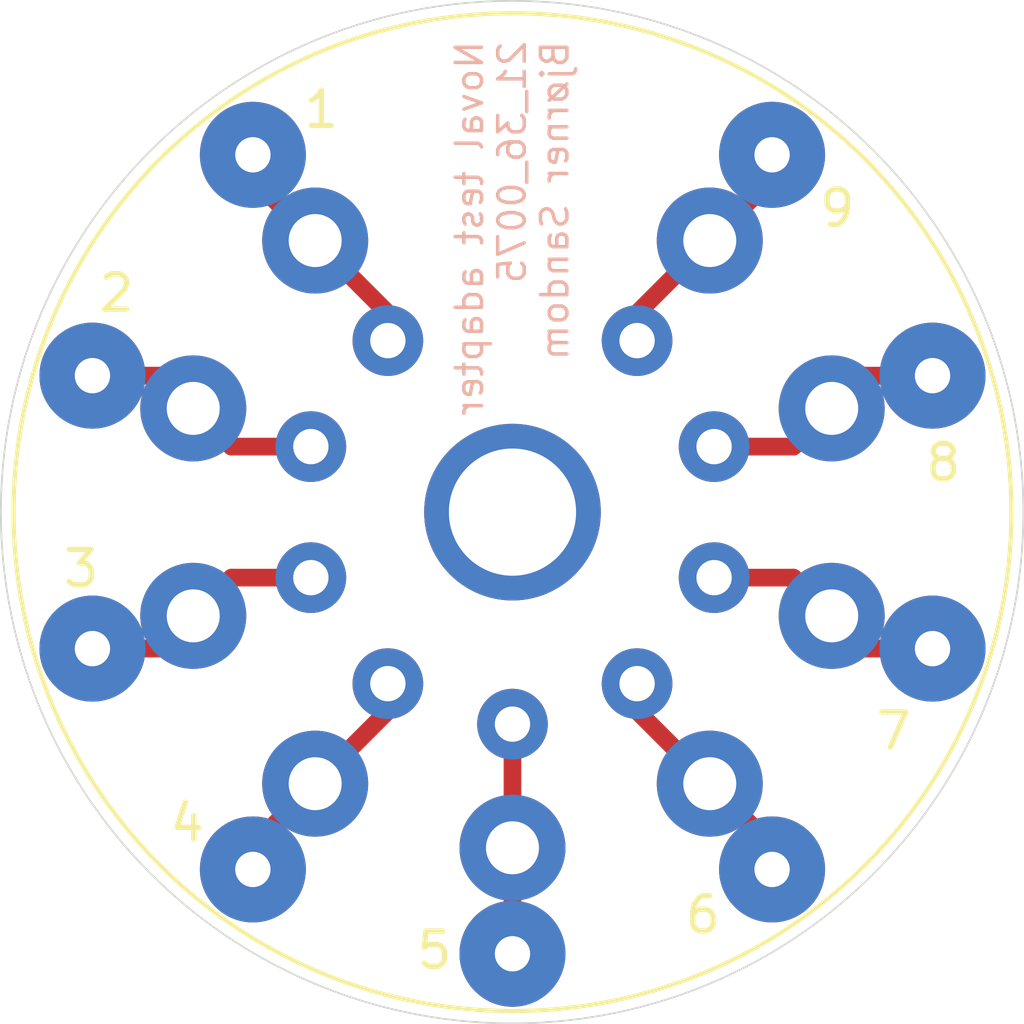
<source format=kicad_pcb>
(kicad_pcb (version 20221018) (generator pcbnew)
  (layers (0 "F.Cu" signal) (31 "B.Cu" signal) (34 "B.Paste" user) (35 "F.Paste" user) (36 "B.SilkS" user "B.Silkscreen") (37 "F.SilkS" user "F.Silkscreen") (38 "B.Mask" user) (39 "F.Mask" user) (44 "Edge.Cuts" user))
  (net 0 "")
  (net 1 "Net-(J1-Pad1)")
  (net 2 "Net-(J1-Pad2)")
  (net 3 "Net-(J1-Pad3)")
  (net 4 "Net-(J1-Pad4)")
  (net 5 "Net-(J1-Pad5)")
  (net 6 "Net-(J1-Pad6)")
  (net 7 "Net-(J1-Pad7)")
  (net 8 "Net-(J1-Pad8)")
  (net 9 "Net-(J1-Pad9)")
  (footprint "myDevices:NovalTestAdapterPins" (layer "F.Cu") (at 187.21 109)
    (fp_text reference "J1" hide)
    (fp_text value "Noval pins")
    (pad "1" thru_hole oval (at -3.526711 -4.854101) (size 2 2) (drill 1) (layers "*.Cu" "*.Mask") (net 1 "Net-(J1-Pad1)"))
    (pad "2" thru_hole oval (at -5.706339 -1.854101) (size 2 2) (drill 1) (layers "*.Cu" "*.Mask") (net 2 "Net-(J1-Pad2)"))
    (pad "3" thru_hole oval (at -5.706339 1.854101) (size 2 2) (drill 1) (layers "*.Cu" "*.Mask") (net 3 "Net-(J1-Pad3)"))
    (pad "4" thru_hole oval (at -3.526711 4.854101) (size 2 2) (drill 1) (layers "*.Cu" "*.Mask") (net 4 "Net-(J1-Pad4)"))
    (pad "5" thru_hole oval (at 0 6) (size 2 2) (drill 1) (layers "*.Cu" "*.Mask") (net 5 "Net-(J1-Pad5)"))
    (pad "6" thru_hole oval (at 3.526711 4.854101) (size 2 2) (drill 1) (layers "*.Cu" "*.Mask") (net 6 "Net-(J1-Pad6)"))
    (pad "7" thru_hole oval (at 5.706339 1.854101) (size 2 2) (drill 1) (layers "*.Cu" "*.Mask") (net 7 "Net-(J1-Pad7)"))
    (pad "8" thru_hole oval (at 5.706339 -1.854101) (size 2 2) (drill 1) (layers "*.Cu" "*.Mask") (net 8 "Net-(J1-Pad8)"))
    (pad "9" thru_hole oval (at 3.526711 -4.854101) (size 2 2) (drill 1) (layers "*.Cu" "*.Mask") (net 9 "Net-(J1-Pad9)"))
  )
  (footprint "myDevices:NovalTestAdapterSocket" (layer "F.Cu") (at 187.21 109)
    (fp_text reference "J2" hide)
    (fp_text value "Noval socket")
    (pad "1" thru_hole oval (at -5.583959 -7.685661) (size 3 3) (drill 1.5) (layers "*.Cu" "*.Mask") (net 1 "Net-(J1-Pad1)"))
    (pad "2" thru_hole oval (at -9.035036 -2.935661) (size 3 3) (drill 1.5) (layers "*.Cu" "*.Mask") (net 2 "Net-(J1-Pad2)"))
    (pad "3" thru_hole oval (at -9.035036 2.935661) (size 3 3) (drill 1.5) (layers "*.Cu" "*.Mask") (net 3 "Net-(J1-Pad3)"))
    (pad "4" thru_hole oval (at -5.583959 7.685661) (size 3 3) (drill 1.5) (layers "*.Cu" "*.Mask") (net 4 "Net-(J1-Pad4)"))
    (pad "5" thru_hole oval (at 0 9.5) (size 3 3) (drill 1.5) (layers "*.Cu" "*.Mask") (net 5 "Net-(J1-Pad5)"))
    (pad "6" thru_hole oval (at 5.583959 7.685661) (size 3 3) (drill 1.5) (layers "*.Cu" "*.Mask") (net 6 "Net-(J1-Pad6)"))
    (pad "7" thru_hole oval (at 9.035036 2.935661) (size 3 3) (drill 1.5) (layers "*.Cu" "*.Mask") (net 7 "Net-(J1-Pad7)"))
    (pad "8" thru_hole oval (at 9.035036 -2.935661) (size 3 3) (drill 1.5) (layers "*.Cu" "*.Mask") (net 8 "Net-(J1-Pad8)"))
    (pad "9" thru_hole oval (at 5.583959 -7.685661) (size 3 3) (drill 1.5) (layers "*.Cu" "*.Mask") (net 9 "Net-(J1-Pad9)"))
    (pad "10" thru_hole oval (at 0 0) (size 5 5) (drill 3.6) (layers "*.Cu" "*.Mask"))
  )
  (footprint "myDevices:NovalTestAdapterOutputs" (layer "F.Cu") (at 187.21 109)
    (fp_text reference "J3" hide)
    (fp_text value "Noval socket")
    (fp_circle (center 0 0) (end 0 14.12) (stroke (width 0.12)) (fill none) (layer "F.SilkS"))
    (pad "1" thru_hole oval (at -7.347315 -10.112712) (size 3 3) (drill 1) (layers "*.Cu" "*.Mask") (net 1 "Net-(J1-Pad1)"))
    (pad "2" thru_hole oval (at -11.888206 -3.862712) (size 3 3) (drill 1) (layers "*.Cu" "*.Mask") (net 2 "Net-(J1-Pad2)"))
    (pad "3" thru_hole oval (at -11.888206 3.862712) (size 3 3) (drill 1) (layers "*.Cu" "*.Mask") (net 3 "Net-(J1-Pad3)"))
    (pad "4" thru_hole oval (at -7.347315 10.112712) (size 3 3) (drill 1) (layers "*.Cu" "*.Mask") (net 4 "Net-(J1-Pad4)"))
    (pad "5" thru_hole oval (at 0 12.5) (size 3 3) (drill 1) (layers "*.Cu" "*.Mask") (net 5 "Net-(J1-Pad5)"))
    (pad "6" thru_hole oval (at 7.347315 10.112712) (size 3 3) (drill 1) (layers "*.Cu" "*.Mask") (net 6 "Net-(J1-Pad6)"))
    (pad "7" thru_hole oval (at 11.888206 3.862712) (size 3 3) (drill 1) (layers "*.Cu" "*.Mask") (net 7 "Net-(J1-Pad7)"))
    (pad "8" thru_hole oval (at 11.888206 -3.862712) (size 3 3) (drill 1) (layers "*.Cu" "*.Mask") (net 8 "Net-(J1-Pad8)"))
    (pad "9" thru_hole oval (at 7.347315 -10.112712) (size 3 3) (drill 1) (layers "*.Cu" "*.Mask") (net 9 "Net-(J1-Pad9)"))
  )
  (gr_circle (center 187.2 109) (end 198.2 118.4) (stroke (width 0.05)) (fill none) (layer "Edge.Cuts"))
  (gr_text "Noval test adapter\n21_36_0075\nBjørner Sandom" (at 187.2 95.6 90) (layer "B.SilkS") (effects (font (size 0.75 0.75) (thickness 0.1)) (justify left mirror)))
  (gr_text "9" (at 196.4 100.4) (layer "F.SilkS") (effects (font (size 1 1))))
  (gr_text "3" (at 175 110.6) (layer "F.SilkS") (effects (font (size 1 1))))
  (gr_text "2" (at 176 102.8) (layer "F.SilkS") (effects (font (size 1 1))))
  (gr_text "5" (at 185 121.4) (layer "F.SilkS") (effects (font (size 1 1))))
  (gr_text "8" (at 199.4 107.6) (layer "F.SilkS") (effects (font (size 1 1))))
  (gr_text "1" (at 181.8 97.6) (layer "F.SilkS") (effects (font (size 1 1))))
  (gr_text "7" (at 198 115.2) (layer "F.SilkS") (effects (font (size 1 1))))
  (gr_text "6" (at 192.6 120.4) (layer "F.SilkS") (effects (font (size 1 1))))
  (gr_text "4" (at 178 117.8) (layer "F.SilkS") (effects (font (size 1 1))))
  (segment (start 183.683289 103.371587) (end 181.626041 101.314339) (width 0.5) (layer "F.Cu") (net 1))
  (segment (start 179.862685 99.550983) (end 181.626041 101.314339) (width 0.5) (layer "F.Cu") (net 1))
  (segment (start 183.683289 104.145899) (end 183.683289 103.371587) (width 0.5) (layer "F.Cu") (net 1))
  (segment (start 179.862685 98.887288) (end 179.862685 99.550983) (width 0.5) (layer "F.Cu") (net 1))
  (segment (start 175.321794 105.137288) (end 177.247913 105.137288) (width 0.5) (layer "F.Cu") (net 2))
  (segment (start 181.503661 107.145899) (end 179.256524 107.145899) (width 0.5) (layer "F.Cu") (net 2))
  (segment (start 177.247913 105.137288) (end 178.174964 106.064339) (width 0.5) (layer "F.Cu") (net 2))
  (segment (start 179.256524 107.145899) (end 178.174964 106.064339) (width 0.5) (layer "F.Cu") (net 2))
  (segment (start 181.503661 110.854101) (end 179.256524 110.854101) (width 0.5) (layer "F.Cu") (net 3))
  (segment (start 177.247913 112.862712) (end 178.174964 111.935661) (width 0.5) (layer "F.Cu") (net 3))
  (segment (start 175.321794 112.862712) (end 177.247913 112.862712) (width 0.5) (layer "F.Cu") (net 3))
  (segment (start 179.256524 110.854101) (end 178.174964 111.935661) (width 0.5) (layer "F.Cu") (net 3))
  (segment (start 179.862685 118.449017) (end 181.626041 116.685661) (width 0.5) (layer "F.Cu") (net 4))
  (segment (start 179.862685 119.112712) (end 179.862685 118.449017) (width 0.5) (layer "F.Cu") (net 4))
  (segment (start 183.683289 114.628413) (end 181.626041 116.685661) (width 0.5) (layer "F.Cu") (net 4))
  (segment (start 183.683289 113.854101) (end 183.683289 114.628413) (width 0.5) (layer "F.Cu") (net 4))
  (segment (start 187.21 115) (end 187.21 118.5) (width 0.5) (layer "F.Cu") (net 5))
  (segment (start 187.21 121.5) (end 187.21 118.5) (width 0.5) (layer "F.Cu") (net 5))
  (segment (start 190.736711 113.854101) (end 190.736711 114.628413) (width 0.5) (layer "F.Cu") (net 6))
  (segment (start 190.736711 114.628413) (end 192.793959 116.685661) (width 0.5) (layer "F.Cu") (net 6))
  (segment (start 194.557315 119.112712) (end 194.557315 118.449017) (width 0.5) (layer "F.Cu") (net 6))
  (segment (start 194.557315 118.449017) (end 192.793959 116.685661) (width 0.5) (layer "F.Cu") (net 6))
  (segment (start 192.916339 110.854101) (end 195.163476 110.854101) (width 0.5) (layer "F.Cu") (net 7))
  (segment (start 199.098206 112.862712) (end 197.172087 112.862712) (width 0.5) (layer "F.Cu") (net 7))
  (segment (start 197.172087 112.862712) (end 196.245036 111.935661) (width 0.5) (layer "F.Cu") (net 7))
  (segment (start 195.163476 110.854101) (end 196.245036 111.935661) (width 0.5) (layer "F.Cu") (net 7))
  (segment (start 197.172087 105.137288) (end 196.245036 106.064339) (width 0.5) (layer "F.Cu") (net 8))
  (segment (start 192.916339 107.145899) (end 195.163476 107.145899) (width 0.5) (layer "F.Cu") (net 8))
  (segment (start 195.163476 107.145899) (end 196.245036 106.064339) (width 0.5) (layer "F.Cu") (net 8))
  (segment (start 199.098206 105.137288) (end 197.172087 105.137288) (width 0.5) (layer "F.Cu") (net 8))
  (segment (start 190.736711 103.371587) (end 192.793959 101.314339) (width 0.5) (layer "F.Cu") (net 9))
  (segment (start 190.736711 104.145899) (end 190.736711 103.371587) (width 0.5) (layer "F.Cu") (net 9))
  (segment (start 194.557315 98.887288) (end 194.557315 99.550983) (width 0.5) (layer "F.Cu") (net 9))
  (segment (start 194.557315 99.550983) (end 192.793959 101.314339) (width 0.5) (layer "F.Cu") (net 9))
)
</source>
